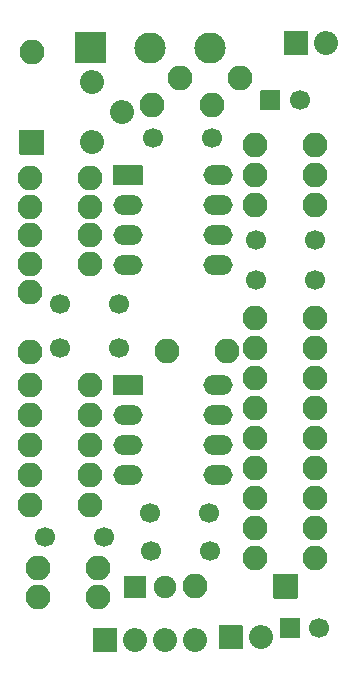
<source format=gbr>
G04 #@! TF.GenerationSoftware,KiCad,Pcbnew,(5.99.0-1452-gb67f18b39)*
G04 #@! TF.CreationDate,2020-04-28T12:03:23+03:00*
G04 #@! TF.ProjectId,agudo,61677564-6f2e-46b6-9963-61645f706362,rev?*
G04 #@! TF.SameCoordinates,Original*
G04 #@! TF.FileFunction,Soldermask,Bot*
G04 #@! TF.FilePolarity,Negative*
%FSLAX46Y46*%
G04 Gerber Fmt 4.6, Leading zero omitted, Abs format (unit mm)*
G04 Created by KiCad (PCBNEW (5.99.0-1452-gb67f18b39)) date 2020-04-28 12:03:23*
%MOMM*%
%LPD*%
G01*
G04 APERTURE LIST*
%ADD10O,2.100000X2.100000*%
%ADD11O,2.640000X2.640000*%
%ADD12O,2.030400X2.030400*%
%ADD13O,2.500000X1.700000*%
%ADD14C,1.900000*%
%ADD15C,1.700000*%
G04 APERTURE END LIST*
D10*
G04 #@! TO.C,R27*
X102870000Y-83185000D03*
X107950000Y-83185000D03*
G04 #@! TD*
G04 #@! TO.C,R26*
X114300000Y-123825000D03*
X109220000Y-123825000D03*
G04 #@! TD*
G04 #@! TO.C,R25*
X114300000Y-103505000D03*
X109220000Y-103505000D03*
G04 #@! TD*
G04 #@! TO.C,R24*
X114300000Y-106045000D03*
X109220000Y-106045000D03*
G04 #@! TD*
G04 #@! TO.C,R23*
X114300000Y-108585000D03*
X109220000Y-108585000D03*
G04 #@! TD*
G04 #@! TO.C,R22*
X109220000Y-93980000D03*
X114300000Y-93980000D03*
G04 #@! TD*
G04 #@! TO.C,R21*
X95885000Y-124714000D03*
X90805000Y-124714000D03*
G04 #@! TD*
G04 #@! TO.C,R20*
X90170000Y-91694000D03*
X95250000Y-91694000D03*
G04 #@! TD*
G04 #@! TO.C,R19*
X114300000Y-91440000D03*
X109220000Y-91440000D03*
G04 #@! TD*
G04 #@! TO.C,R18*
X100457000Y-85471000D03*
X105537000Y-85471000D03*
G04 #@! TD*
G04 #@! TO.C,R17*
X90170000Y-101346000D03*
X90170000Y-106426000D03*
G04 #@! TD*
G04 #@! TO.C,R16*
X95250000Y-94107000D03*
X90170000Y-94107000D03*
G04 #@! TD*
G04 #@! TO.C,R15*
X95250000Y-96520000D03*
X90170000Y-96520000D03*
G04 #@! TD*
G04 #@! TO.C,R14*
X95885000Y-127127000D03*
X90805000Y-127127000D03*
G04 #@! TD*
G04 #@! TO.C,R13*
X95250000Y-98933000D03*
X90170000Y-98933000D03*
G04 #@! TD*
G04 #@! TO.C,R12*
X109220000Y-111125000D03*
X114300000Y-111125000D03*
G04 #@! TD*
G04 #@! TO.C,R11*
X114300000Y-88900000D03*
X109220000Y-88900000D03*
G04 #@! TD*
G04 #@! TO.C,R10*
X109220000Y-113665000D03*
X114300000Y-113665000D03*
G04 #@! TD*
G04 #@! TO.C,R9*
X109220000Y-116205000D03*
X114300000Y-116205000D03*
G04 #@! TD*
G04 #@! TO.C,R8*
X109220000Y-118745000D03*
X114300000Y-118745000D03*
G04 #@! TD*
G04 #@! TO.C,R7*
X109220000Y-121285000D03*
X114300000Y-121285000D03*
G04 #@! TD*
G04 #@! TO.C,R6*
X95250000Y-109220000D03*
X90170000Y-109220000D03*
G04 #@! TD*
G04 #@! TO.C,R5*
X90170000Y-111760000D03*
X95250000Y-111760000D03*
G04 #@! TD*
G04 #@! TO.C,R4*
X90170000Y-114300000D03*
X95250000Y-114300000D03*
G04 #@! TD*
G04 #@! TO.C,R3*
X95250000Y-116840000D03*
X90170000Y-116840000D03*
G04 #@! TD*
G04 #@! TO.C,R2*
X101727000Y-106299000D03*
X106807000Y-106299000D03*
G04 #@! TD*
G04 #@! TO.C,R1*
X95250000Y-119380000D03*
X90170000Y-119380000D03*
G04 #@! TD*
D11*
G04 #@! TO.C,RV2*
X105410000Y-80645000D03*
X100330000Y-80645000D03*
G36*
G01*
X93930000Y-81915000D02*
X93930000Y-79375000D01*
G75*
G02*
X93980000Y-79325000I50000J0D01*
G01*
X96520000Y-79325000D01*
G75*
G02*
X96570000Y-79375000I0J-50000D01*
G01*
X96570000Y-81915000D01*
G75*
G02*
X96520000Y-81965000I-50000J0D01*
G01*
X93980000Y-81965000D01*
G75*
G02*
X93930000Y-81915000I0J50000D01*
G01*
G37*
G04 #@! TD*
D12*
G04 #@! TO.C,J3*
X115189000Y-80264000D03*
G36*
G01*
X111633800Y-81229200D02*
X111633800Y-79298800D01*
G75*
G02*
X111683800Y-79248800I50000J0D01*
G01*
X113614200Y-79248800D01*
G75*
G02*
X113664200Y-79298800I0J-50000D01*
G01*
X113664200Y-81229200D01*
G75*
G02*
X113614200Y-81279200I-50000J0D01*
G01*
X111683800Y-81279200D01*
G75*
G02*
X111633800Y-81229200I0J50000D01*
G01*
G37*
G04 #@! TD*
D13*
G04 #@! TO.C,U2*
X106045000Y-91440000D03*
X98425000Y-99060000D03*
X106045000Y-93980000D03*
X98425000Y-96520000D03*
X106045000Y-96520000D03*
X98425000Y-93980000D03*
X106045000Y-99060000D03*
G36*
G01*
X97175000Y-92240000D02*
X97175000Y-90640000D01*
G75*
G02*
X97225000Y-90590000I50000J0D01*
G01*
X99625000Y-90590000D01*
G75*
G02*
X99675000Y-90640000I0J-50000D01*
G01*
X99675000Y-92240000D01*
G75*
G02*
X99625000Y-92290000I-50000J0D01*
G01*
X97225000Y-92290000D01*
G75*
G02*
X97175000Y-92240000I0J50000D01*
G01*
G37*
G04 #@! TD*
G04 #@! TO.C,U1*
X106045000Y-109220000D03*
X98425000Y-116840000D03*
X106045000Y-111760000D03*
X98425000Y-114300000D03*
X106045000Y-114300000D03*
X98425000Y-111760000D03*
X106045000Y-116840000D03*
G36*
G01*
X97175000Y-110020000D02*
X97175000Y-108420000D01*
G75*
G02*
X97225000Y-108370000I50000J0D01*
G01*
X99625000Y-108370000D01*
G75*
G02*
X99675000Y-108420000I0J-50000D01*
G01*
X99675000Y-110020000D01*
G75*
G02*
X99625000Y-110070000I-50000J0D01*
G01*
X97225000Y-110070000D01*
G75*
G02*
X97175000Y-110020000I0J50000D01*
G01*
G37*
G04 #@! TD*
D12*
G04 #@! TO.C,RV1*
X95377000Y-88646000D03*
X97917000Y-86106000D03*
X95377000Y-83566000D03*
G04 #@! TD*
G04 #@! TO.C,J2*
X109664500Y-130556000D03*
G36*
G01*
X106109300Y-131521200D02*
X106109300Y-129590800D01*
G75*
G02*
X106159300Y-129540800I50000J0D01*
G01*
X108089700Y-129540800D01*
G75*
G02*
X108139700Y-129590800I0J-50000D01*
G01*
X108139700Y-131521200D01*
G75*
G02*
X108089700Y-131571200I-50000J0D01*
G01*
X106159300Y-131571200D01*
G75*
G02*
X106109300Y-131521200I0J50000D01*
G01*
G37*
G04 #@! TD*
G04 #@! TO.C,J1*
X104127300Y-130784600D03*
X101587300Y-130784600D03*
X99047300Y-130784600D03*
G36*
G01*
X95492100Y-131749800D02*
X95492100Y-129819400D01*
G75*
G02*
X95542100Y-129769400I50000J0D01*
G01*
X97472500Y-129769400D01*
G75*
G02*
X97522500Y-129819400I0J-50000D01*
G01*
X97522500Y-131749800D01*
G75*
G02*
X97472500Y-131799800I-50000J0D01*
G01*
X95542100Y-131799800D01*
G75*
G02*
X95492100Y-131749800I0J50000D01*
G01*
G37*
G04 #@! TD*
D14*
G04 #@! TO.C,D3*
X101587300Y-126301500D03*
G36*
G01*
X98097300Y-127201500D02*
X98097300Y-125401500D01*
G75*
G02*
X98147300Y-125351500I50000J0D01*
G01*
X99947300Y-125351500D01*
G75*
G02*
X99997300Y-125401500I0J-50000D01*
G01*
X99997300Y-127201500D01*
G75*
G02*
X99947300Y-127251500I-50000J0D01*
G01*
X98147300Y-127251500D01*
G75*
G02*
X98097300Y-127201500I0J50000D01*
G01*
G37*
G04 #@! TD*
G04 #@! TO.C,D2*
G36*
G01*
X91297000Y-89696000D02*
X89297000Y-89696000D01*
G75*
G02*
X89247000Y-89646000I0J50000D01*
G01*
X89247000Y-87646000D01*
G75*
G02*
X89297000Y-87596000I50000J0D01*
G01*
X91297000Y-87596000D01*
G75*
G02*
X91347000Y-87646000I0J-50000D01*
G01*
X91347000Y-89646000D01*
G75*
G02*
X91297000Y-89696000I-50000J0D01*
G01*
G37*
D10*
X90297000Y-81026000D03*
G04 #@! TD*
G04 #@! TO.C,D1*
G36*
G01*
X112810000Y-125238000D02*
X112810000Y-127238000D01*
G75*
G02*
X112760000Y-127288000I-50000J0D01*
G01*
X110760000Y-127288000D01*
G75*
G02*
X110710000Y-127238000I0J50000D01*
G01*
X110710000Y-125238000D01*
G75*
G02*
X110760000Y-125188000I50000J0D01*
G01*
X112760000Y-125188000D01*
G75*
G02*
X112810000Y-125238000I0J-50000D01*
G01*
G37*
X104140000Y-126238000D03*
G04 #@! TD*
D15*
G04 #@! TO.C,C10*
X109300000Y-96901000D03*
X114300000Y-96901000D03*
G04 #@! TD*
G04 #@! TO.C,C9*
X105393500Y-123253500D03*
X100393500Y-123253500D03*
G04 #@! TD*
G04 #@! TO.C,C8*
X112990000Y-85090000D03*
G36*
G01*
X109640000Y-85890000D02*
X109640000Y-84290000D01*
G75*
G02*
X109690000Y-84240000I50000J0D01*
G01*
X111290000Y-84240000D01*
G75*
G02*
X111340000Y-84290000I0J-50000D01*
G01*
X111340000Y-85890000D01*
G75*
G02*
X111290000Y-85940000I-50000J0D01*
G01*
X109690000Y-85940000D01*
G75*
G02*
X109640000Y-85890000I0J50000D01*
G01*
G37*
G04 #@! TD*
G04 #@! TO.C,C7*
X97710000Y-106045000D03*
X92710000Y-106045000D03*
G04 #@! TD*
G04 #@! TO.C,C6*
X97710000Y-102362000D03*
X92710000Y-102362000D03*
G04 #@! TD*
G04 #@! TO.C,C5*
X105584000Y-88265000D03*
X100584000Y-88265000D03*
G04 #@! TD*
G04 #@! TO.C,C4*
X109300000Y-100330000D03*
X114300000Y-100330000D03*
G04 #@! TD*
G04 #@! TO.C,C3*
X105330000Y-120015000D03*
X100330000Y-120015000D03*
G04 #@! TD*
G04 #@! TO.C,C2*
X114641000Y-129794000D03*
G36*
G01*
X111291000Y-130594000D02*
X111291000Y-128994000D01*
G75*
G02*
X111341000Y-128944000I50000J0D01*
G01*
X112941000Y-128944000D01*
G75*
G02*
X112991000Y-128994000I0J-50000D01*
G01*
X112991000Y-130594000D01*
G75*
G02*
X112941000Y-130644000I-50000J0D01*
G01*
X111341000Y-130644000D01*
G75*
G02*
X111291000Y-130594000I0J50000D01*
G01*
G37*
G04 #@! TD*
G04 #@! TO.C,C1*
X96440000Y-122047000D03*
X91440000Y-122047000D03*
G04 #@! TD*
M02*

</source>
